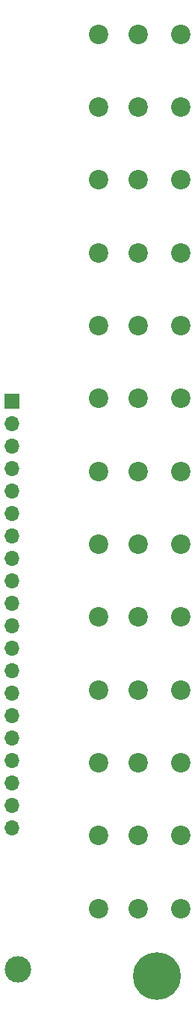
<source format=gbr>
%TF.GenerationSoftware,KiCad,Pcbnew,(5.1.6-0-10_14)*%
%TF.CreationDate,2020-09-16T10:10:36+02:00*%
%TF.ProjectId,cv_expander,63765f65-7870-4616-9e64-65722e6b6963,rev?*%
%TF.SameCoordinates,Original*%
%TF.FileFunction,Soldermask,Bot*%
%TF.FilePolarity,Negative*%
%FSLAX46Y46*%
G04 Gerber Fmt 4.6, Leading zero omitted, Abs format (unit mm)*
G04 Created by KiCad (PCBNEW (5.1.6-0-10_14)) date 2020-09-16 10:10:36*
%MOMM*%
%LPD*%
G01*
G04 APERTURE LIST*
%ADD10C,2.200000*%
%ADD11O,1.700000X1.700000*%
%ADD12R,1.700000X1.700000*%
%ADD13C,3.000000*%
%ADD14C,5.400000*%
G04 APERTURE END LIST*
D10*
%TO.C,J10*%
X154900000Y-107183328D03*
X150100000Y-107183328D03*
X145600000Y-107183328D03*
%TD*%
D11*
%TO.C,J1*%
X135812000Y-131064000D03*
X135812000Y-128524000D03*
X135812000Y-125984000D03*
X135812000Y-123444000D03*
X135812000Y-120904000D03*
X135812000Y-118364000D03*
X135812000Y-115824000D03*
X135812000Y-113284000D03*
X135812000Y-110744000D03*
X135812000Y-108204000D03*
X135812000Y-105664000D03*
X135812000Y-103124000D03*
X135812000Y-100584000D03*
X135812000Y-98044000D03*
X135812000Y-95504000D03*
X135812000Y-92964000D03*
X135812000Y-90424000D03*
X135812000Y-87884000D03*
X135812000Y-85344000D03*
D12*
X135812000Y-82804000D03*
%TD*%
D10*
%TO.C,J7*%
X154900000Y-82458330D03*
X150100000Y-82458330D03*
X145600000Y-82458330D03*
%TD*%
%TO.C,J6*%
X154900000Y-74216664D03*
X150100000Y-74216664D03*
X145600000Y-74216664D03*
%TD*%
%TO.C,J5*%
X154900000Y-65974998D03*
X150100000Y-65974998D03*
X145600000Y-65974998D03*
%TD*%
%TO.C,J4*%
X154900000Y-57733332D03*
X150100000Y-57733332D03*
X145600000Y-57733332D03*
%TD*%
%TO.C,J3*%
X154900000Y-49491666D03*
X150100000Y-49491666D03*
X145600000Y-49491666D03*
%TD*%
%TO.C,J2*%
X154900000Y-41250000D03*
X150100000Y-41250000D03*
X145600000Y-41250000D03*
%TD*%
%TO.C,J14*%
X154900000Y-140150000D03*
X150100000Y-140150000D03*
X145600000Y-140150000D03*
%TD*%
%TO.C,J13*%
X154900000Y-131908326D03*
X150100000Y-131908326D03*
X145600000Y-131908326D03*
%TD*%
%TO.C,J12*%
X154900000Y-123666660D03*
X150100000Y-123666660D03*
X145600000Y-123666660D03*
%TD*%
%TO.C,J11*%
X154900000Y-115424994D03*
X150100000Y-115424994D03*
X145600000Y-115424994D03*
%TD*%
%TO.C,J9*%
X154900000Y-98941662D03*
X150100000Y-98941662D03*
X145600000Y-98941662D03*
%TD*%
%TO.C,J8*%
X154900000Y-90699996D03*
X150100000Y-90699996D03*
X145600000Y-90699996D03*
%TD*%
D13*
%TO.C,GND*%
X136500000Y-147000000D03*
%TD*%
D14*
%TO.C,H1*%
X152250000Y-147750000D03*
%TD*%
M02*

</source>
